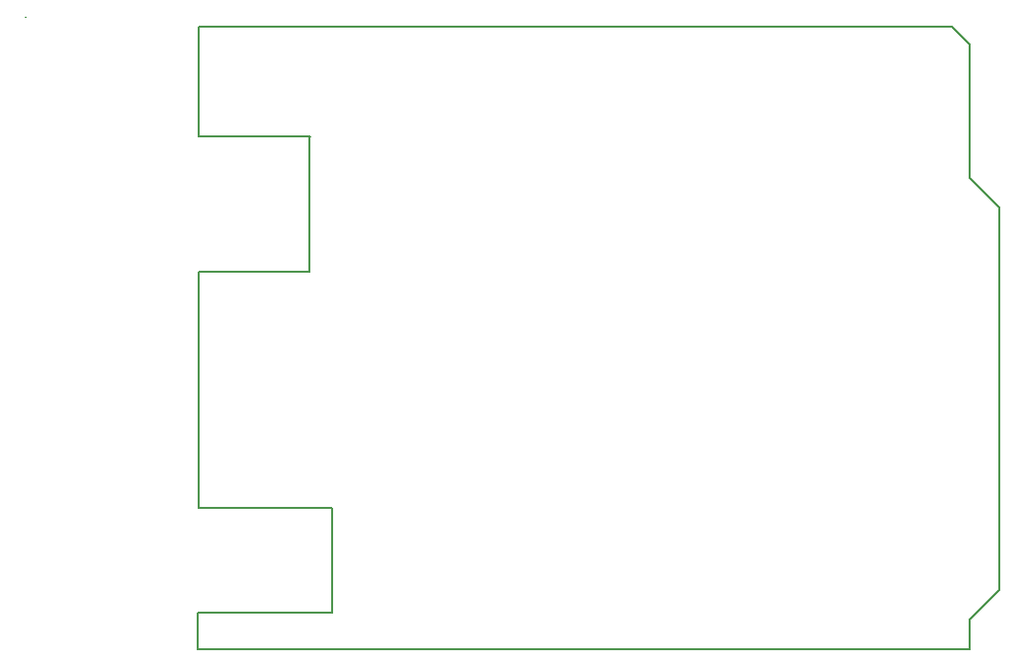
<source format=gbr>
G04 #@! TF.FileFunction,Profile,NP*
%FSLAX46Y46*%
G04 Gerber Fmt 4.6, Leading zero omitted, Abs format (unit mm)*
G04 Created by KiCad (PCBNEW 4.0.7) date 06/26/18 12:22:48*
%MOMM*%
%LPD*%
G01*
G04 APERTURE LIST*
%ADD10C,0.100000*%
%ADD11C,0.150000*%
G04 APERTURE END LIST*
D10*
D11*
X97800000Y-78320000D02*
X97810000Y-78320000D01*
X97800000Y-87670000D02*
X97800000Y-78320000D01*
X107350000Y-87670000D02*
X97820000Y-87670000D01*
X107330000Y-99270000D02*
X107330000Y-87670000D01*
X97790000Y-99270000D02*
X107330000Y-99270000D01*
X97790000Y-119580000D02*
X97790000Y-99270000D01*
X109240000Y-119580000D02*
X97790000Y-119580000D01*
X109240000Y-128480000D02*
X109240000Y-119580000D01*
X97780000Y-128480000D02*
X109240000Y-128480000D01*
X97780000Y-131650000D02*
X97780000Y-128480000D01*
X97810000Y-131650000D02*
X97780000Y-131650000D01*
X163830000Y-131650000D02*
X97810000Y-131650000D01*
X163830000Y-129120000D02*
X163830000Y-131650000D01*
X166390000Y-126560000D02*
X163830000Y-129120000D01*
X166390000Y-93820000D02*
X166390000Y-126560000D01*
X163840000Y-91270000D02*
X166390000Y-93820000D01*
X163840000Y-79830000D02*
X163840000Y-91270000D01*
X162320000Y-78310000D02*
X163840000Y-79830000D01*
X162310000Y-78310000D02*
X162320000Y-78310000D01*
X162290000Y-78310000D02*
X162310000Y-78310000D01*
X97800000Y-78310000D02*
X162290000Y-78310000D01*
X82970000Y-77430000D02*
X82980000Y-77430000D01*
M02*

</source>
